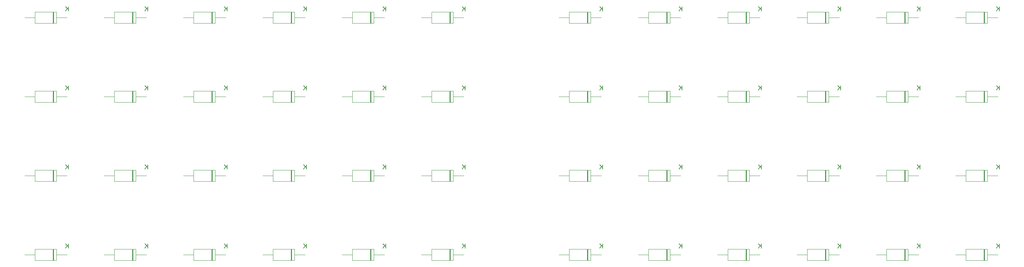
<source format=gbr>
%TF.GenerationSoftware,Novarm,DipTrace,4.3.0.4*%
%TF.CreationDate,2023-07-28T17:07:58+01:00*%
%FSLAX26Y26*%
%MOIN*%
%TF.FileFunction,Drawing,Bot*%
%TF.Part,Single*%
%ADD19C,0.003937*%
%ADD22C,0.005906*%
G75*
G01*
%LPD*%
X9243701Y1193307D2*
D19*
X9146063D1*
Y1140157D2*
X8941339D1*
X9146063Y1246457D2*
Y1140157D1*
X9119291Y1246457D2*
Y1140157D1*
X9115354Y1246457D2*
Y1140157D1*
X9111417Y1246457D2*
Y1140157D1*
X8941339D2*
Y1246457D1*
X9146063D1*
X8843701Y1193307D2*
X8941339D1*
X6243701Y2693307D2*
X6146063D1*
Y2640157D2*
X5941339D1*
X6146063Y2746457D2*
Y2640157D1*
X6119291Y2746457D2*
Y2640157D1*
X6115354Y2746457D2*
Y2640157D1*
X6111417Y2746457D2*
Y2640157D1*
X5941339D2*
Y2746457D1*
X6146063D1*
X5843701Y2693307D2*
X5941339D1*
X1193701Y1943307D2*
X1096063D1*
Y1890157D2*
X891339D1*
X1096063Y1996457D2*
Y1890157D1*
X1069291Y1996457D2*
Y1890157D1*
X1065354Y1996457D2*
Y1890157D1*
X1061417Y1996457D2*
Y1890157D1*
X891339D2*
Y1996457D1*
X1096063D1*
X793701Y1943307D2*
X891339D1*
X4943701D2*
X4846063D1*
Y1890157D2*
X4641339D1*
X4846063Y1996457D2*
Y1890157D1*
X4819291Y1996457D2*
Y1890157D1*
X4815354Y1996457D2*
Y1890157D1*
X4811417Y1996457D2*
Y1890157D1*
X4641339D2*
Y1996457D1*
X4846063D1*
X4543701Y1943307D2*
X4641339D1*
X6993701Y2693307D2*
X6896063D1*
Y2640157D2*
X6691339D1*
X6896063Y2746457D2*
Y2640157D1*
X6869291Y2746457D2*
Y2640157D1*
X6865354Y2746457D2*
Y2640157D1*
X6861417Y2746457D2*
Y2640157D1*
X6691339D2*
Y2746457D1*
X6896063D1*
X6593701Y2693307D2*
X6691339D1*
X7743701Y1943307D2*
X7646063D1*
Y1890157D2*
X7441339D1*
X7646063Y1996457D2*
Y1890157D1*
X7619291Y1996457D2*
Y1890157D1*
X7615354Y1996457D2*
Y1890157D1*
X7611417Y1996457D2*
Y1890157D1*
X7441339D2*
Y1996457D1*
X7646063D1*
X7343701Y1943307D2*
X7441339D1*
X2693701Y3443307D2*
X2596063D1*
Y3390157D2*
X2391339D1*
X2596063Y3496457D2*
Y3390157D1*
X2569291Y3496457D2*
Y3390157D1*
X2565354Y3496457D2*
Y3390157D1*
X2561417Y3496457D2*
Y3390157D1*
X2391339D2*
Y3496457D1*
X2596063D1*
X2293701Y3443307D2*
X2391339D1*
X8493701Y2693307D2*
X8396063D1*
Y2640157D2*
X8191339D1*
X8396063Y2746457D2*
Y2640157D1*
X8369291Y2746457D2*
Y2640157D1*
X8365354Y2746457D2*
Y2640157D1*
X8361417Y2746457D2*
Y2640157D1*
X8191339D2*
Y2746457D1*
X8396063D1*
X8093701Y2693307D2*
X8191339D1*
X6243701Y3443307D2*
X6146063D1*
Y3390157D2*
X5941339D1*
X6146063Y3496457D2*
Y3390157D1*
X6119291Y3496457D2*
Y3390157D1*
X6115354Y3496457D2*
Y3390157D1*
X6111417Y3496457D2*
Y3390157D1*
X5941339D2*
Y3496457D1*
X6146063D1*
X5843701Y3443307D2*
X5941339D1*
X7743701Y2693307D2*
X7646063D1*
Y2640157D2*
X7441339D1*
X7646063Y2746457D2*
Y2640157D1*
X7619291Y2746457D2*
Y2640157D1*
X7615354Y2746457D2*
Y2640157D1*
X7611417Y2746457D2*
Y2640157D1*
X7441339D2*
Y2746457D1*
X7646063D1*
X7343701Y2693307D2*
X7441339D1*
X4943701D2*
X4846063D1*
Y2640157D2*
X4641339D1*
X4846063Y2746457D2*
Y2640157D1*
X4819291Y2746457D2*
Y2640157D1*
X4815354Y2746457D2*
Y2640157D1*
X4811417Y2746457D2*
Y2640157D1*
X4641339D2*
Y2746457D1*
X4846063D1*
X4543701Y2693307D2*
X4641339D1*
X7743701Y3443307D2*
X7646063D1*
Y3390157D2*
X7441339D1*
X7646063Y3496457D2*
Y3390157D1*
X7619291Y3496457D2*
Y3390157D1*
X7615354Y3496457D2*
Y3390157D1*
X7611417Y3496457D2*
Y3390157D1*
X7441339D2*
Y3496457D1*
X7646063D1*
X7343701Y3443307D2*
X7441339D1*
X4943701D2*
X4846063D1*
Y3390157D2*
X4641339D1*
X4846063Y3496457D2*
Y3390157D1*
X4819291Y3496457D2*
Y3390157D1*
X4815354Y3496457D2*
Y3390157D1*
X4811417Y3496457D2*
Y3390157D1*
X4641339D2*
Y3496457D1*
X4846063D1*
X4543701Y3443307D2*
X4641339D1*
X8493701Y1943307D2*
X8396063D1*
Y1890157D2*
X8191339D1*
X8396063Y1996457D2*
Y1890157D1*
X8369291Y1996457D2*
Y1890157D1*
X8365354Y1996457D2*
Y1890157D1*
X8361417Y1996457D2*
Y1890157D1*
X8191339D2*
Y1996457D1*
X8396063D1*
X8093701Y1943307D2*
X8191339D1*
X8493701Y1193307D2*
X8396063D1*
Y1140157D2*
X8191339D1*
X8396063Y1246457D2*
Y1140157D1*
X8369291Y1246457D2*
Y1140157D1*
X8365354Y1246457D2*
Y1140157D1*
X8361417Y1246457D2*
Y1140157D1*
X8191339D2*
Y1246457D1*
X8396063D1*
X8093701Y1193307D2*
X8191339D1*
X3443701Y2693307D2*
X3346063D1*
Y2640157D2*
X3141339D1*
X3346063Y2746457D2*
Y2640157D1*
X3319291Y2746457D2*
Y2640157D1*
X3315354Y2746457D2*
Y2640157D1*
X3311417Y2746457D2*
Y2640157D1*
X3141339D2*
Y2746457D1*
X3346063D1*
X3043701Y2693307D2*
X3141339D1*
X4193701Y1193307D2*
X4096063D1*
Y1140157D2*
X3891339D1*
X4096063Y1246457D2*
Y1140157D1*
X4069291Y1246457D2*
Y1140157D1*
X4065354Y1246457D2*
Y1140157D1*
X4061417Y1246457D2*
Y1140157D1*
X3891339D2*
Y1246457D1*
X4096063D1*
X3793701Y1193307D2*
X3891339D1*
X2693701Y2693307D2*
X2596063D1*
Y2640157D2*
X2391339D1*
X2596063Y2746457D2*
Y2640157D1*
X2569291Y2746457D2*
Y2640157D1*
X2565354Y2746457D2*
Y2640157D1*
X2561417Y2746457D2*
Y2640157D1*
X2391339D2*
Y2746457D1*
X2596063D1*
X2293701Y2693307D2*
X2391339D1*
X6243701Y1193307D2*
X6146063D1*
Y1140157D2*
X5941339D1*
X6146063Y1246457D2*
Y1140157D1*
X6119291Y1246457D2*
Y1140157D1*
X6115354Y1246457D2*
Y1140157D1*
X6111417Y1246457D2*
Y1140157D1*
X5941339D2*
Y1246457D1*
X6146063D1*
X5843701Y1193307D2*
X5941339D1*
X1943701Y1943307D2*
X1846063D1*
Y1890157D2*
X1641339D1*
X1846063Y1996457D2*
Y1890157D1*
X1819291Y1996457D2*
Y1890157D1*
X1815354Y1996457D2*
Y1890157D1*
X1811417Y1996457D2*
Y1890157D1*
X1641339D2*
Y1996457D1*
X1846063D1*
X1543701Y1943307D2*
X1641339D1*
X1193701Y1193307D2*
X1096063D1*
Y1140157D2*
X891339D1*
X1096063Y1246457D2*
Y1140157D1*
X1069291Y1246457D2*
Y1140157D1*
X1065354Y1246457D2*
Y1140157D1*
X1061417Y1246457D2*
Y1140157D1*
X891339D2*
Y1246457D1*
X1096063D1*
X793701Y1193307D2*
X891339D1*
X3443701Y1943307D2*
X3346063D1*
Y1890157D2*
X3141339D1*
X3346063Y1996457D2*
Y1890157D1*
X3319291Y1996457D2*
Y1890157D1*
X3315354Y1996457D2*
Y1890157D1*
X3311417Y1996457D2*
Y1890157D1*
X3141339D2*
Y1996457D1*
X3346063D1*
X3043701Y1943307D2*
X3141339D1*
X8493701Y3443307D2*
X8396063D1*
Y3390157D2*
X8191339D1*
X8396063Y3496457D2*
Y3390157D1*
X8369291Y3496457D2*
Y3390157D1*
X8365354Y3496457D2*
Y3390157D1*
X8361417Y3496457D2*
Y3390157D1*
X8191339D2*
Y3496457D1*
X8396063D1*
X8093701Y3443307D2*
X8191339D1*
X9993701Y1943307D2*
X9896063D1*
Y1890157D2*
X9691339D1*
X9896063Y1996457D2*
Y1890157D1*
X9869291Y1996457D2*
Y1890157D1*
X9865354Y1996457D2*
Y1890157D1*
X9861417Y1996457D2*
Y1890157D1*
X9691339D2*
Y1996457D1*
X9896063D1*
X9593701Y1943307D2*
X9691339D1*
X4193701D2*
X4096063D1*
Y1890157D2*
X3891339D1*
X4096063Y1996457D2*
Y1890157D1*
X4069291Y1996457D2*
Y1890157D1*
X4065354Y1996457D2*
Y1890157D1*
X4061417Y1996457D2*
Y1890157D1*
X3891339D2*
Y1996457D1*
X4096063D1*
X3793701Y1943307D2*
X3891339D1*
X4193701Y2693307D2*
X4096063D1*
Y2640157D2*
X3891339D1*
X4096063Y2746457D2*
Y2640157D1*
X4069291Y2746457D2*
Y2640157D1*
X4065354Y2746457D2*
Y2640157D1*
X4061417Y2746457D2*
Y2640157D1*
X3891339D2*
Y2746457D1*
X4096063D1*
X3793701Y2693307D2*
X3891339D1*
X9993701Y3443307D2*
X9896063D1*
Y3390157D2*
X9691339D1*
X9896063Y3496457D2*
Y3390157D1*
X9869291Y3496457D2*
Y3390157D1*
X9865354Y3496457D2*
Y3390157D1*
X9861417Y3496457D2*
Y3390157D1*
X9691339D2*
Y3496457D1*
X9896063D1*
X9593701Y3443307D2*
X9691339D1*
X1193701Y2693307D2*
X1096063D1*
Y2640157D2*
X891339D1*
X1096063Y2746457D2*
Y2640157D1*
X1069291Y2746457D2*
Y2640157D1*
X1065354Y2746457D2*
Y2640157D1*
X1061417Y2746457D2*
Y2640157D1*
X891339D2*
Y2746457D1*
X1096063D1*
X793701Y2693307D2*
X891339D1*
X7743701Y1193307D2*
X7646063D1*
Y1140157D2*
X7441339D1*
X7646063Y1246457D2*
Y1140157D1*
X7619291Y1246457D2*
Y1140157D1*
X7615354Y1246457D2*
Y1140157D1*
X7611417Y1246457D2*
Y1140157D1*
X7441339D2*
Y1246457D1*
X7646063D1*
X7343701Y1193307D2*
X7441339D1*
X1943701Y2693307D2*
X1846063D1*
Y2640157D2*
X1641339D1*
X1846063Y2746457D2*
Y2640157D1*
X1819291Y2746457D2*
Y2640157D1*
X1815354Y2746457D2*
Y2640157D1*
X1811417Y2746457D2*
Y2640157D1*
X1641339D2*
Y2746457D1*
X1846063D1*
X1543701Y2693307D2*
X1641339D1*
X6993701Y1193307D2*
X6896063D1*
Y1140157D2*
X6691339D1*
X6896063Y1246457D2*
Y1140157D1*
X6869291Y1246457D2*
Y1140157D1*
X6865354Y1246457D2*
Y1140157D1*
X6861417Y1246457D2*
Y1140157D1*
X6691339D2*
Y1246457D1*
X6896063D1*
X6593701Y1193307D2*
X6691339D1*
X2693701Y1943307D2*
X2596063D1*
Y1890157D2*
X2391339D1*
X2596063Y1996457D2*
Y1890157D1*
X2569291Y1996457D2*
Y1890157D1*
X2565354Y1996457D2*
Y1890157D1*
X2561417Y1996457D2*
Y1890157D1*
X2391339D2*
Y1996457D1*
X2596063D1*
X2293701Y1943307D2*
X2391339D1*
X3443701Y1193307D2*
X3346063D1*
Y1140157D2*
X3141339D1*
X3346063Y1246457D2*
Y1140157D1*
X3319291Y1246457D2*
Y1140157D1*
X3315354Y1246457D2*
Y1140157D1*
X3311417Y1246457D2*
Y1140157D1*
X3141339D2*
Y1246457D1*
X3346063D1*
X3043701Y1193307D2*
X3141339D1*
X4943701D2*
X4846063D1*
Y1140157D2*
X4641339D1*
X4846063Y1246457D2*
Y1140157D1*
X4819291Y1246457D2*
Y1140157D1*
X4815354Y1246457D2*
Y1140157D1*
X4811417Y1246457D2*
Y1140157D1*
X4641339D2*
Y1246457D1*
X4846063D1*
X4543701Y1193307D2*
X4641339D1*
X1193701Y3443307D2*
X1096063D1*
Y3390157D2*
X891339D1*
X1096063Y3496457D2*
Y3390157D1*
X1069291Y3496457D2*
Y3390157D1*
X1065354Y3496457D2*
Y3390157D1*
X1061417Y3496457D2*
Y3390157D1*
X891339D2*
Y3496457D1*
X1096063D1*
X793701Y3443307D2*
X891339D1*
X3443701D2*
X3346063D1*
Y3390157D2*
X3141339D1*
X3346063Y3496457D2*
Y3390157D1*
X3319291Y3496457D2*
Y3390157D1*
X3315354Y3496457D2*
Y3390157D1*
X3311417Y3496457D2*
Y3390157D1*
X3141339D2*
Y3496457D1*
X3346063D1*
X3043701Y3443307D2*
X3141339D1*
X1943701Y1193307D2*
X1846063D1*
Y1140157D2*
X1641339D1*
X1846063Y1246457D2*
Y1140157D1*
X1819291Y1246457D2*
Y1140157D1*
X1815354Y1246457D2*
Y1140157D1*
X1811417Y1246457D2*
Y1140157D1*
X1641339D2*
Y1246457D1*
X1846063D1*
X1543701Y1193307D2*
X1641339D1*
X6993701Y3443307D2*
X6896063D1*
Y3390157D2*
X6691339D1*
X6896063Y3496457D2*
Y3390157D1*
X6869291Y3496457D2*
Y3390157D1*
X6865354Y3496457D2*
Y3390157D1*
X6861417Y3496457D2*
Y3390157D1*
X6691339D2*
Y3496457D1*
X6896063D1*
X6593701Y3443307D2*
X6691339D1*
X6993701Y1943307D2*
X6896063D1*
Y1890157D2*
X6691339D1*
X6896063Y1996457D2*
Y1890157D1*
X6869291Y1996457D2*
Y1890157D1*
X6865354Y1996457D2*
Y1890157D1*
X6861417Y1996457D2*
Y1890157D1*
X6691339D2*
Y1996457D1*
X6896063D1*
X6593701Y1943307D2*
X6691339D1*
X9243701Y3443307D2*
X9146063D1*
Y3390157D2*
X8941339D1*
X9146063Y3496457D2*
Y3390157D1*
X9119291Y3496457D2*
Y3390157D1*
X9115354Y3496457D2*
Y3390157D1*
X9111417Y3496457D2*
Y3390157D1*
X8941339D2*
Y3496457D1*
X9146063D1*
X8843701Y3443307D2*
X8941339D1*
X1943701D2*
X1846063D1*
Y3390157D2*
X1641339D1*
X1846063Y3496457D2*
Y3390157D1*
X1819291Y3496457D2*
Y3390157D1*
X1815354Y3496457D2*
Y3390157D1*
X1811417Y3496457D2*
Y3390157D1*
X1641339D2*
Y3496457D1*
X1846063D1*
X1543701Y3443307D2*
X1641339D1*
X6243701Y1943307D2*
X6146063D1*
Y1890157D2*
X5941339D1*
X6146063Y1996457D2*
Y1890157D1*
X6119291Y1996457D2*
Y1890157D1*
X6115354Y1996457D2*
Y1890157D1*
X6111417Y1996457D2*
Y1890157D1*
X5941339D2*
Y1996457D1*
X6146063D1*
X5843701Y1943307D2*
X5941339D1*
X9993701Y1193307D2*
X9896063D1*
Y1140157D2*
X9691339D1*
X9896063Y1246457D2*
Y1140157D1*
X9869291Y1246457D2*
Y1140157D1*
X9865354Y1246457D2*
Y1140157D1*
X9861417Y1246457D2*
Y1140157D1*
X9691339D2*
Y1246457D1*
X9896063D1*
X9593701Y1193307D2*
X9691339D1*
X9993701Y2693307D2*
X9896063D1*
Y2640157D2*
X9691339D1*
X9896063Y2746457D2*
Y2640157D1*
X9869291Y2746457D2*
Y2640157D1*
X9865354Y2746457D2*
Y2640157D1*
X9861417Y2746457D2*
Y2640157D1*
X9691339D2*
Y2746457D1*
X9896063D1*
X9593701Y2693307D2*
X9691339D1*
X9243701D2*
X9146063D1*
Y2640157D2*
X8941339D1*
X9146063Y2746457D2*
Y2640157D1*
X9119291Y2746457D2*
Y2640157D1*
X9115354Y2746457D2*
Y2640157D1*
X9111417Y2746457D2*
Y2640157D1*
X8941339D2*
Y2746457D1*
X9146063D1*
X8843701Y2693307D2*
X8941339D1*
X9243701Y1943307D2*
X9146063D1*
Y1890157D2*
X8941339D1*
X9146063Y1996457D2*
Y1890157D1*
X9119291Y1996457D2*
Y1890157D1*
X9115354Y1996457D2*
Y1890157D1*
X9111417Y1996457D2*
Y1890157D1*
X8941339D2*
Y1996457D1*
X9146063D1*
X8843701Y1943307D2*
X8941339D1*
X4193701Y3443307D2*
X4096063D1*
Y3390157D2*
X3891339D1*
X4096063Y3496457D2*
Y3390157D1*
X4069291Y3496457D2*
Y3390157D1*
X4065354Y3496457D2*
Y3390157D1*
X4061417Y3496457D2*
Y3390157D1*
X3891339D2*
Y3496457D1*
X4096063D1*
X3793701Y3443307D2*
X3891339D1*
X2693701Y1193307D2*
X2596063D1*
Y1140157D2*
X2391339D1*
X2596063Y1246457D2*
Y1140157D1*
X2569291Y1246457D2*
Y1140157D1*
X2565354Y1246457D2*
Y1140157D1*
X2561417Y1246457D2*
Y1140157D1*
X2391339D2*
Y1246457D1*
X2596063D1*
X2293701Y1193307D2*
X2391339D1*
X9257098Y1298490D2*
D22*
Y1258298D1*
X9230303Y1298490D2*
X9257098Y1271695D1*
X9247548Y1281290D2*
X9230303Y1258298D1*
X6257098Y2798490D2*
Y2758298D1*
X6230303Y2798490D2*
X6257098Y2771695D1*
X6247548Y2781290D2*
X6230303Y2758298D1*
X1207098Y2048490D2*
Y2008298D1*
X1180303Y2048490D2*
X1207098Y2021695D1*
X1197548Y2031290D2*
X1180303Y2008298D1*
X4957098Y2048490D2*
Y2008298D1*
X4930303Y2048490D2*
X4957098Y2021695D1*
X4947548Y2031290D2*
X4930303Y2008298D1*
X7007098Y2798490D2*
Y2758298D1*
X6980303Y2798490D2*
X7007098Y2771695D1*
X6997548Y2781290D2*
X6980303Y2758298D1*
X7757098Y2048490D2*
Y2008298D1*
X7730303Y2048490D2*
X7757098Y2021695D1*
X7747548Y2031290D2*
X7730303Y2008298D1*
X2707098Y3548490D2*
Y3508298D1*
X2680303Y3548490D2*
X2707098Y3521695D1*
X2697548Y3531290D2*
X2680303Y3508298D1*
X8507098Y2798490D2*
Y2758298D1*
X8480303Y2798490D2*
X8507098Y2771695D1*
X8497548Y2781290D2*
X8480303Y2758298D1*
X6257098Y3548490D2*
Y3508298D1*
X6230303Y3548490D2*
X6257098Y3521695D1*
X6247548Y3531290D2*
X6230303Y3508298D1*
X7757098Y2798490D2*
Y2758298D1*
X7730303Y2798490D2*
X7757098Y2771695D1*
X7747548Y2781290D2*
X7730303Y2758298D1*
X4957098Y2798490D2*
Y2758298D1*
X4930303Y2798490D2*
X4957098Y2771695D1*
X4947548Y2781290D2*
X4930303Y2758298D1*
X7757098Y3548490D2*
Y3508298D1*
X7730303Y3548490D2*
X7757098Y3521695D1*
X7747548Y3531290D2*
X7730303Y3508298D1*
X4957098Y3548490D2*
Y3508298D1*
X4930303Y3548490D2*
X4957098Y3521695D1*
X4947548Y3531290D2*
X4930303Y3508298D1*
X8507098Y2048490D2*
Y2008298D1*
X8480303Y2048490D2*
X8507098Y2021695D1*
X8497548Y2031290D2*
X8480303Y2008298D1*
X8507098Y1298490D2*
Y1258298D1*
X8480303Y1298490D2*
X8507098Y1271695D1*
X8497548Y1281290D2*
X8480303Y1258298D1*
X3457098Y2798490D2*
Y2758298D1*
X3430303Y2798490D2*
X3457098Y2771695D1*
X3447548Y2781290D2*
X3430303Y2758298D1*
X4207098Y1298490D2*
Y1258298D1*
X4180303Y1298490D2*
X4207098Y1271695D1*
X4197548Y1281290D2*
X4180303Y1258298D1*
X2707098Y2798490D2*
Y2758298D1*
X2680303Y2798490D2*
X2707098Y2771695D1*
X2697548Y2781290D2*
X2680303Y2758298D1*
X6257098Y1298490D2*
Y1258298D1*
X6230303Y1298490D2*
X6257098Y1271695D1*
X6247548Y1281290D2*
X6230303Y1258298D1*
X1957098Y2048490D2*
Y2008298D1*
X1930303Y2048490D2*
X1957098Y2021695D1*
X1947548Y2031290D2*
X1930303Y2008298D1*
X1207098Y1298490D2*
Y1258298D1*
X1180303Y1298490D2*
X1207098Y1271695D1*
X1197548Y1281290D2*
X1180303Y1258298D1*
X3457098Y2048490D2*
Y2008298D1*
X3430303Y2048490D2*
X3457098Y2021695D1*
X3447548Y2031290D2*
X3430303Y2008298D1*
X8507098Y3548490D2*
Y3508298D1*
X8480303Y3548490D2*
X8507098Y3521695D1*
X8497548Y3531290D2*
X8480303Y3508298D1*
X10007098Y2048490D2*
Y2008298D1*
X9980303Y2048490D2*
X10007098Y2021695D1*
X9997548Y2031290D2*
X9980303Y2008298D1*
X4207098Y2048490D2*
Y2008298D1*
X4180303Y2048490D2*
X4207098Y2021695D1*
X4197548Y2031290D2*
X4180303Y2008298D1*
X4207098Y2798490D2*
Y2758298D1*
X4180303Y2798490D2*
X4207098Y2771695D1*
X4197548Y2781290D2*
X4180303Y2758298D1*
X10007098Y3548490D2*
Y3508298D1*
X9980303Y3548490D2*
X10007098Y3521695D1*
X9997548Y3531290D2*
X9980303Y3508298D1*
X1207098Y2798490D2*
Y2758298D1*
X1180303Y2798490D2*
X1207098Y2771695D1*
X1197548Y2781290D2*
X1180303Y2758298D1*
X7757098Y1298490D2*
Y1258298D1*
X7730303Y1298490D2*
X7757098Y1271695D1*
X7747548Y1281290D2*
X7730303Y1258298D1*
X1957098Y2798490D2*
Y2758298D1*
X1930303Y2798490D2*
X1957098Y2771695D1*
X1947548Y2781290D2*
X1930303Y2758298D1*
X7007098Y1298490D2*
Y1258298D1*
X6980303Y1298490D2*
X7007098Y1271695D1*
X6997548Y1281290D2*
X6980303Y1258298D1*
X2707098Y2048490D2*
Y2008298D1*
X2680303Y2048490D2*
X2707098Y2021695D1*
X2697548Y2031290D2*
X2680303Y2008298D1*
X3457098Y1298490D2*
Y1258298D1*
X3430303Y1298490D2*
X3457098Y1271695D1*
X3447548Y1281290D2*
X3430303Y1258298D1*
X4957098Y1298490D2*
Y1258298D1*
X4930303Y1298490D2*
X4957098Y1271695D1*
X4947548Y1281290D2*
X4930303Y1258298D1*
X1207098Y3548490D2*
Y3508298D1*
X1180303Y3548490D2*
X1207098Y3521695D1*
X1197548Y3531290D2*
X1180303Y3508298D1*
X3457098Y3548490D2*
Y3508298D1*
X3430303Y3548490D2*
X3457098Y3521695D1*
X3447548Y3531290D2*
X3430303Y3508298D1*
X1957098Y1298490D2*
Y1258298D1*
X1930303Y1298490D2*
X1957098Y1271695D1*
X1947548Y1281290D2*
X1930303Y1258298D1*
X7007098Y3548490D2*
Y3508298D1*
X6980303Y3548490D2*
X7007098Y3521695D1*
X6997548Y3531290D2*
X6980303Y3508298D1*
X7007098Y2048490D2*
Y2008298D1*
X6980303Y2048490D2*
X7007098Y2021695D1*
X6997548Y2031290D2*
X6980303Y2008298D1*
X9257098Y3548490D2*
Y3508298D1*
X9230303Y3548490D2*
X9257098Y3521695D1*
X9247548Y3531290D2*
X9230303Y3508298D1*
X1957098Y3548490D2*
Y3508298D1*
X1930303Y3548490D2*
X1957098Y3521695D1*
X1947548Y3531290D2*
X1930303Y3508298D1*
X6257098Y2048490D2*
Y2008298D1*
X6230303Y2048490D2*
X6257098Y2021695D1*
X6247548Y2031290D2*
X6230303Y2008298D1*
X10007098Y1298490D2*
Y1258298D1*
X9980303Y1298490D2*
X10007098Y1271695D1*
X9997548Y1281290D2*
X9980303Y1258298D1*
X10007098Y2798490D2*
Y2758298D1*
X9980303Y2798490D2*
X10007098Y2771695D1*
X9997548Y2781290D2*
X9980303Y2758298D1*
X9257098Y2798490D2*
Y2758298D1*
X9230303Y2798490D2*
X9257098Y2771695D1*
X9247548Y2781290D2*
X9230303Y2758298D1*
X9257098Y2048490D2*
Y2008298D1*
X9230303Y2048490D2*
X9257098Y2021695D1*
X9247548Y2031290D2*
X9230303Y2008298D1*
X4207098Y3548490D2*
Y3508298D1*
X4180303Y3548490D2*
X4207098Y3521695D1*
X4197548Y3531290D2*
X4180303Y3508298D1*
X2707098Y1298490D2*
Y1258298D1*
X2680303Y1298490D2*
X2707098Y1271695D1*
X2697548Y1281290D2*
X2680303Y1258298D1*
M02*

</source>
